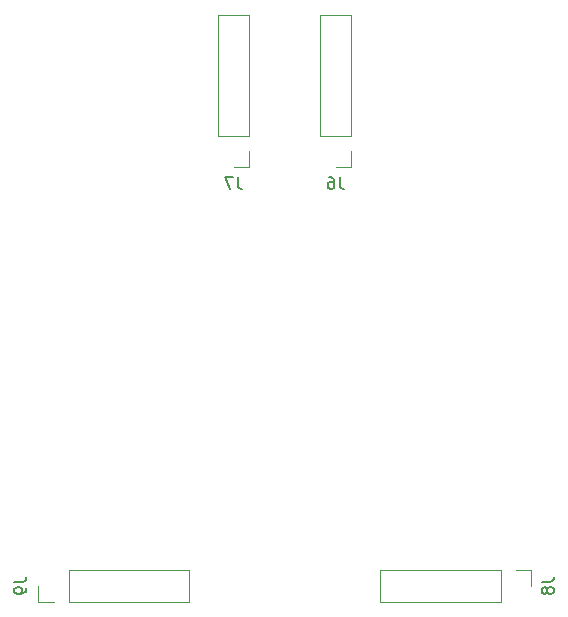
<source format=gbo>
%TF.GenerationSoftware,KiCad,Pcbnew,(5.1.8-0-10_14)*%
%TF.CreationDate,2021-07-08T18:32:03+01:00*%
%TF.ProjectId,4u-music-thing-vactrol-crossfader,34752d6d-7573-4696-932d-7468696e672d,rev?*%
%TF.SameCoordinates,Original*%
%TF.FileFunction,Legend,Bot*%
%TF.FilePolarity,Positive*%
%FSLAX46Y46*%
G04 Gerber Fmt 4.6, Leading zero omitted, Abs format (unit mm)*
G04 Created by KiCad (PCBNEW (5.1.8-0-10_14)) date 2021-07-08 18:32:03*
%MOMM*%
%LPD*%
G01*
G04 APERTURE LIST*
%ADD10C,0.120000*%
%ADD11C,0.150000*%
G04 APERTURE END LIST*
D10*
%TO.C,J9*%
X94869000Y-124400000D02*
X94869000Y-127060000D01*
X94869000Y-124400000D02*
X105089000Y-124400000D01*
X105089000Y-124400000D02*
X105089000Y-127060000D01*
X94869000Y-127060000D02*
X105089000Y-127060000D01*
X92269000Y-127060000D02*
X93599000Y-127060000D01*
X92269000Y-125730000D02*
X92269000Y-127060000D01*
%TO.C,J8*%
X131445000Y-127060000D02*
X131445000Y-124400000D01*
X131445000Y-127060000D02*
X121225000Y-127060000D01*
X121225000Y-127060000D02*
X121225000Y-124400000D01*
X131445000Y-124400000D02*
X121225000Y-124400000D01*
X134045000Y-124400000D02*
X132715000Y-124400000D01*
X134045000Y-125730000D02*
X134045000Y-124400000D01*
%TO.C,J7*%
X107509000Y-87630000D02*
X110169000Y-87630000D01*
X107509000Y-87630000D02*
X107509000Y-77410000D01*
X107509000Y-77410000D02*
X110169000Y-77410000D01*
X110169000Y-87630000D02*
X110169000Y-77410000D01*
X110169000Y-90230000D02*
X110169000Y-88900000D01*
X108839000Y-90230000D02*
X110169000Y-90230000D01*
%TO.C,J6*%
X116145000Y-87630000D02*
X118805000Y-87630000D01*
X116145000Y-87630000D02*
X116145000Y-77410000D01*
X116145000Y-77410000D02*
X118805000Y-77410000D01*
X118805000Y-87630000D02*
X118805000Y-77410000D01*
X118805000Y-90230000D02*
X118805000Y-88900000D01*
X117475000Y-90230000D02*
X118805000Y-90230000D01*
%TO.C,J9*%
D11*
X90281380Y-125396666D02*
X90995666Y-125396666D01*
X91138523Y-125349047D01*
X91233761Y-125253809D01*
X91281380Y-125110952D01*
X91281380Y-125015714D01*
X91281380Y-125920476D02*
X91281380Y-126110952D01*
X91233761Y-126206190D01*
X91186142Y-126253809D01*
X91043285Y-126349047D01*
X90852809Y-126396666D01*
X90471857Y-126396666D01*
X90376619Y-126349047D01*
X90329000Y-126301428D01*
X90281380Y-126206190D01*
X90281380Y-126015714D01*
X90329000Y-125920476D01*
X90376619Y-125872857D01*
X90471857Y-125825238D01*
X90709952Y-125825238D01*
X90805190Y-125872857D01*
X90852809Y-125920476D01*
X90900428Y-126015714D01*
X90900428Y-126206190D01*
X90852809Y-126301428D01*
X90805190Y-126349047D01*
X90709952Y-126396666D01*
%TO.C,J8*%
X134937380Y-125396666D02*
X135651666Y-125396666D01*
X135794523Y-125349047D01*
X135889761Y-125253809D01*
X135937380Y-125110952D01*
X135937380Y-125015714D01*
X135365952Y-126015714D02*
X135318333Y-125920476D01*
X135270714Y-125872857D01*
X135175476Y-125825238D01*
X135127857Y-125825238D01*
X135032619Y-125872857D01*
X134985000Y-125920476D01*
X134937380Y-126015714D01*
X134937380Y-126206190D01*
X134985000Y-126301428D01*
X135032619Y-126349047D01*
X135127857Y-126396666D01*
X135175476Y-126396666D01*
X135270714Y-126349047D01*
X135318333Y-126301428D01*
X135365952Y-126206190D01*
X135365952Y-126015714D01*
X135413571Y-125920476D01*
X135461190Y-125872857D01*
X135556428Y-125825238D01*
X135746904Y-125825238D01*
X135842142Y-125872857D01*
X135889761Y-125920476D01*
X135937380Y-126015714D01*
X135937380Y-126206190D01*
X135889761Y-126301428D01*
X135842142Y-126349047D01*
X135746904Y-126396666D01*
X135556428Y-126396666D01*
X135461190Y-126349047D01*
X135413571Y-126301428D01*
X135365952Y-126206190D01*
%TO.C,J7*%
X109172333Y-91122380D02*
X109172333Y-91836666D01*
X109219952Y-91979523D01*
X109315190Y-92074761D01*
X109458047Y-92122380D01*
X109553285Y-92122380D01*
X108791380Y-91122380D02*
X108124714Y-91122380D01*
X108553285Y-92122380D01*
%TO.C,J6*%
X117808333Y-91122380D02*
X117808333Y-91836666D01*
X117855952Y-91979523D01*
X117951190Y-92074761D01*
X118094047Y-92122380D01*
X118189285Y-92122380D01*
X116903571Y-91122380D02*
X117094047Y-91122380D01*
X117189285Y-91170000D01*
X117236904Y-91217619D01*
X117332142Y-91360476D01*
X117379761Y-91550952D01*
X117379761Y-91931904D01*
X117332142Y-92027142D01*
X117284523Y-92074761D01*
X117189285Y-92122380D01*
X116998809Y-92122380D01*
X116903571Y-92074761D01*
X116855952Y-92027142D01*
X116808333Y-91931904D01*
X116808333Y-91693809D01*
X116855952Y-91598571D01*
X116903571Y-91550952D01*
X116998809Y-91503333D01*
X117189285Y-91503333D01*
X117284523Y-91550952D01*
X117332142Y-91598571D01*
X117379761Y-91693809D01*
%TD*%
M02*

</source>
